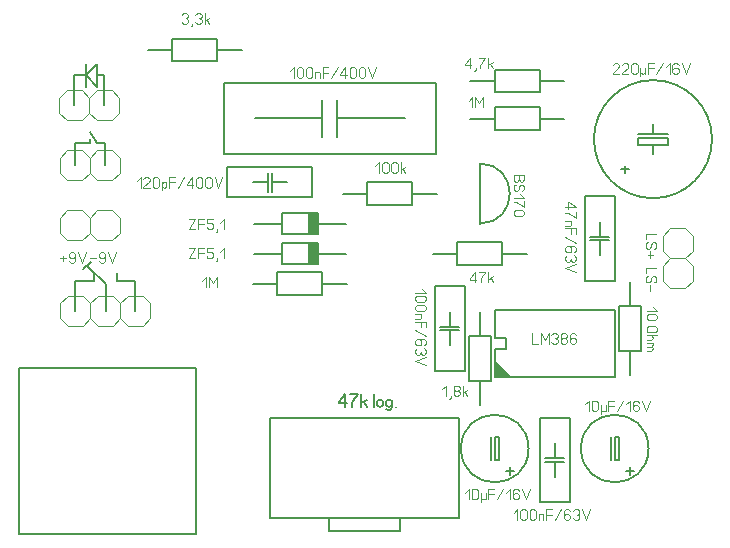
<source format=gbr>
%FSLAX34Y34*%
%MOMM*%
%LNSILK_TOP*%
G71*
G01*
%ADD10C,0.200*%
%ADD11C,0.100*%
%ADD12C,0.111*%
%ADD13C,0.150*%
%ADD14C,0.133*%
%LPD*%
G54D10*
X180350Y-68100D02*
X180350Y-128100D01*
X360350Y-128100D01*
X360350Y-68100D01*
X180350Y-68100D01*
G54D10*
X263650Y-98100D02*
X206550Y-98100D01*
G54D10*
X333550Y-98100D02*
X276450Y-98100D01*
G54D10*
X263650Y-82200D02*
X263650Y-114000D01*
G54D10*
X276450Y-82200D02*
X276450Y-114000D01*
G54D10*
X255050Y-164875D02*
X255050Y-139475D01*
X183450Y-139475D01*
X183450Y-164875D01*
X255050Y-164875D01*
G54D10*
X220850Y-160175D02*
X220850Y-144175D01*
G54D10*
X217650Y-160175D02*
X217650Y-144175D01*
G54D10*
X233550Y-152175D02*
X220850Y-152175D01*
G54D10*
X217650Y-152175D02*
X204950Y-152175D01*
G54D11*
X118126Y-254518D02*
X111826Y-248218D01*
X99026Y-248218D01*
X92726Y-254518D01*
X92726Y-267318D01*
X99026Y-273618D01*
X111826Y-273618D01*
X118126Y-267318D01*
X118126Y-254518D01*
G54D11*
X92726Y-254518D02*
X86426Y-248218D01*
X73626Y-248218D01*
X67326Y-254518D01*
X67326Y-267318D01*
X73626Y-273618D01*
X86426Y-273618D01*
X92726Y-267318D01*
X92726Y-254518D01*
G54D11*
X67326Y-254518D02*
X61026Y-248218D01*
X48226Y-248218D01*
X41926Y-254518D01*
X41926Y-267318D01*
X48226Y-273618D01*
X61026Y-273618D01*
X67326Y-267318D01*
X67326Y-254518D01*
G54D10*
X301850Y-171200D02*
X301850Y-152200D01*
X339850Y-152200D01*
X339850Y-171200D01*
X301850Y-171200D01*
G54D10*
X301750Y-161700D02*
X281150Y-161700D01*
G54D10*
X360550Y-161700D02*
X339950Y-161700D01*
G54D12*
X236382Y-58184D02*
X239715Y-54851D01*
X239715Y-63740D01*
G54D12*
X247492Y-56518D02*
X247492Y-62073D01*
X246826Y-63184D01*
X245492Y-63740D01*
X244159Y-63740D01*
X242826Y-63184D01*
X242159Y-62073D01*
X242159Y-56518D01*
X242826Y-55407D01*
X244159Y-54851D01*
X245492Y-54851D01*
X246826Y-55407D01*
X247492Y-56518D01*
G54D12*
X255269Y-56518D02*
X255269Y-62073D01*
X254603Y-63184D01*
X253269Y-63740D01*
X251936Y-63740D01*
X250603Y-63184D01*
X249936Y-62073D01*
X249936Y-56518D01*
X250603Y-55407D01*
X251936Y-54851D01*
X253269Y-54851D01*
X254603Y-55407D01*
X255269Y-56518D01*
G54D12*
X257713Y-63740D02*
X257713Y-58740D01*
G54D12*
X257713Y-59851D02*
X258380Y-59073D01*
X259713Y-58740D01*
X261046Y-59073D01*
X261713Y-59851D01*
X261713Y-63740D01*
G54D12*
X264157Y-63740D02*
X264157Y-54851D01*
X268824Y-54851D01*
G54D12*
X264157Y-59296D02*
X268824Y-59296D01*
G54D12*
X271268Y-63740D02*
X276601Y-54851D01*
G54D12*
X283045Y-63740D02*
X283045Y-54851D01*
X279045Y-60407D01*
X279045Y-61518D01*
X284378Y-61518D01*
G54D12*
X292155Y-56518D02*
X292155Y-62073D01*
X291489Y-63184D01*
X290155Y-63740D01*
X288822Y-63740D01*
X287489Y-63184D01*
X286822Y-62073D01*
X286822Y-56518D01*
X287489Y-55407D01*
X288822Y-54851D01*
X290155Y-54851D01*
X291489Y-55407D01*
X292155Y-56518D01*
G54D12*
X299932Y-56518D02*
X299932Y-62073D01*
X299266Y-63184D01*
X297932Y-63740D01*
X296599Y-63740D01*
X295266Y-63184D01*
X294599Y-62073D01*
X294599Y-56518D01*
X295266Y-55407D01*
X296599Y-54851D01*
X297932Y-54851D01*
X299266Y-55407D01*
X299932Y-56518D01*
G54D12*
X302376Y-54851D02*
X305709Y-63740D01*
X309043Y-54851D01*
G54D12*
X106469Y-151095D02*
X109802Y-147762D01*
X109802Y-156650D01*
G54D12*
X117579Y-156650D02*
X112246Y-156650D01*
X112246Y-156095D01*
X112912Y-154984D01*
X116912Y-151650D01*
X117579Y-150539D01*
X117579Y-149428D01*
X116912Y-148317D01*
X115579Y-147762D01*
X114246Y-147762D01*
X112912Y-148317D01*
X112246Y-149428D01*
G54D12*
X125356Y-149428D02*
X125356Y-154984D01*
X124689Y-156095D01*
X123356Y-156650D01*
X122023Y-156650D01*
X120689Y-156095D01*
X120023Y-154984D01*
X120023Y-149428D01*
X120689Y-148317D01*
X122023Y-147762D01*
X123356Y-147762D01*
X124689Y-148317D01*
X125356Y-149428D01*
G54D12*
X127800Y-151650D02*
X127800Y-158873D01*
G54D12*
X127800Y-154984D02*
X128466Y-156428D01*
X129800Y-156650D01*
X131133Y-156428D01*
X131800Y-155317D01*
X131800Y-153095D01*
X131133Y-151984D01*
X129800Y-151650D01*
X128466Y-151984D01*
X127800Y-153317D01*
G54D12*
X134244Y-156650D02*
X134244Y-147762D01*
X138910Y-147762D01*
G54D12*
X134244Y-152206D02*
X138910Y-152206D01*
G54D12*
X141355Y-156650D02*
X146688Y-147762D01*
G54D12*
X153132Y-156650D02*
X153132Y-147762D01*
X149132Y-153317D01*
X149132Y-154428D01*
X154465Y-154428D01*
G54D12*
X162242Y-149428D02*
X162242Y-154984D01*
X161575Y-156095D01*
X160242Y-156650D01*
X158909Y-156650D01*
X157575Y-156095D01*
X156909Y-154984D01*
X156909Y-149428D01*
X157575Y-148317D01*
X158909Y-147762D01*
X160242Y-147762D01*
X161575Y-148317D01*
X162242Y-149428D01*
G54D12*
X170019Y-149428D02*
X170019Y-154984D01*
X169352Y-156095D01*
X168019Y-156650D01*
X166686Y-156650D01*
X165352Y-156095D01*
X164686Y-154984D01*
X164686Y-149428D01*
X165352Y-148317D01*
X166686Y-147762D01*
X168019Y-147762D01*
X169352Y-148317D01*
X170019Y-149428D01*
G54D12*
X172463Y-147762D02*
X175796Y-156650D01*
X179129Y-147762D01*
G54D12*
X308731Y-138395D02*
X312064Y-135062D01*
X312064Y-143951D01*
G54D12*
X319841Y-136729D02*
X319841Y-142284D01*
X319175Y-143395D01*
X317841Y-143951D01*
X316508Y-143951D01*
X315175Y-143395D01*
X314508Y-142284D01*
X314508Y-136729D01*
X315175Y-135618D01*
X316508Y-135062D01*
X317841Y-135062D01*
X319175Y-135618D01*
X319841Y-136729D01*
G54D12*
X327618Y-136729D02*
X327618Y-142284D01*
X326952Y-143395D01*
X325618Y-143951D01*
X324285Y-143951D01*
X322952Y-143395D01*
X322285Y-142284D01*
X322285Y-136729D01*
X322952Y-135618D01*
X324285Y-135062D01*
X325618Y-135062D01*
X326952Y-135618D01*
X327618Y-136729D01*
G54D12*
X330062Y-143951D02*
X330062Y-135062D01*
G54D12*
X332062Y-140618D02*
X334062Y-143951D01*
G54D12*
X330062Y-141729D02*
X334062Y-138951D01*
G54D10*
X259850Y-195800D02*
X259850Y-178400D01*
X229450Y-178400D01*
X229450Y-195800D01*
X259850Y-195800D01*
G36*
X259750Y-195700D02*
X259750Y-179000D01*
X252550Y-179000D01*
X252550Y-195700D01*
X259750Y-195700D01*
G37*
G54D10*
X259750Y-195700D02*
X259750Y-179000D01*
X252550Y-179000D01*
X252550Y-195700D01*
X259750Y-195700D01*
G54D10*
X283550Y-187100D02*
X259750Y-187100D01*
G54D10*
X229550Y-187100D02*
X205750Y-187100D01*
G54D10*
X259850Y-221200D02*
X259850Y-203800D01*
X229450Y-203800D01*
X229450Y-221200D01*
X259850Y-221200D01*
G36*
X259750Y-221100D02*
X259750Y-204400D01*
X252550Y-204400D01*
X252550Y-221100D01*
X259750Y-221100D01*
G37*
G54D10*
X259750Y-221100D02*
X259750Y-204400D01*
X252550Y-204400D01*
X252550Y-221100D01*
X259750Y-221100D01*
G54D10*
X283550Y-212500D02*
X259750Y-212500D01*
G54D10*
X229550Y-212500D02*
X205750Y-212500D01*
G54D10*
X105426Y-260918D02*
X105426Y-235518D01*
G54D10*
X54626Y-260918D02*
X54626Y-235518D01*
G54D10*
X70501Y-235518D02*
X54626Y-235518D01*
G54D10*
X105426Y-235518D02*
X89551Y-235518D01*
G54D10*
X225650Y-247400D02*
X225650Y-228400D01*
X263650Y-228400D01*
X263650Y-247400D01*
X225650Y-247400D01*
G54D10*
X225550Y-237900D02*
X204950Y-237900D01*
G54D10*
X284350Y-237900D02*
X263750Y-237900D01*
G54D10*
X409800Y-107700D02*
X409800Y-88700D01*
X447800Y-88700D01*
X447800Y-107700D01*
X409800Y-107700D01*
G54D10*
X409700Y-98200D02*
X389100Y-98200D01*
G54D10*
X468500Y-98200D02*
X447900Y-98200D01*
G54D10*
X409800Y-75950D02*
X409800Y-56950D01*
X447800Y-56950D01*
X447800Y-75950D01*
X409800Y-75950D01*
G54D10*
X409700Y-66450D02*
X389100Y-66450D01*
G54D10*
X468500Y-66450D02*
X447900Y-66450D01*
G54D12*
X150988Y-182974D02*
X156321Y-182974D01*
X150988Y-191862D01*
X156321Y-191862D01*
G54D12*
X158764Y-191862D02*
X158764Y-182974D01*
X163431Y-182974D01*
G54D12*
X158764Y-187418D02*
X163431Y-187418D01*
G54D12*
X171209Y-182974D02*
X165876Y-182974D01*
X165876Y-186862D01*
X166542Y-186862D01*
X167876Y-186307D01*
X169209Y-186307D01*
X170542Y-186862D01*
X171209Y-187974D01*
X171209Y-190196D01*
X170542Y-191307D01*
X169209Y-191862D01*
X167876Y-191862D01*
X166542Y-191307D01*
X165876Y-190196D01*
G54D12*
X174986Y-191862D02*
X174986Y-192974D01*
X174319Y-194085D01*
X173652Y-194085D01*
G54D12*
X177430Y-186307D02*
X180763Y-182974D01*
X180763Y-191862D01*
G54D12*
X161939Y-235356D02*
X165272Y-232023D01*
X165272Y-240912D01*
G54D12*
X167716Y-240912D02*
X167716Y-232023D01*
X171049Y-237578D01*
X174382Y-232023D01*
X174382Y-240912D01*
G54D12*
X387525Y-83119D02*
X390858Y-79786D01*
X390858Y-88675D01*
G54D12*
X393302Y-88675D02*
X393302Y-79786D01*
X396635Y-85342D01*
X399969Y-79786D01*
X399969Y-88675D01*
G54D12*
X388521Y-55505D02*
X388521Y-46616D01*
X384521Y-52172D01*
X384521Y-53283D01*
X389854Y-53283D01*
G54D12*
X393631Y-55505D02*
X393631Y-56616D01*
X392964Y-57727D01*
X392298Y-57727D01*
G54D12*
X396075Y-46616D02*
X401408Y-46616D01*
X400741Y-47727D01*
X399408Y-49394D01*
X398075Y-51616D01*
X397408Y-53283D01*
X397408Y-55505D01*
G54D12*
X403852Y-55505D02*
X403852Y-46616D01*
G54D12*
X405852Y-52172D02*
X407852Y-55505D01*
G54D12*
X403852Y-53283D02*
X407852Y-50505D01*
G54D10*
X416050Y-203000D02*
X416050Y-222000D01*
X378050Y-222000D01*
X378050Y-203000D01*
X416050Y-203000D01*
G54D10*
X416150Y-212500D02*
X436750Y-212500D01*
G54D10*
X357350Y-212500D02*
X377950Y-212500D01*
G54D10*
G75*
G01X397050Y-187100D02*
G03X397050Y-136300I0J25400D01*
G01*
G54D10*
X397050Y-136300D02*
X397050Y-187100D01*
G54D12*
X392647Y-236744D02*
X392647Y-227855D01*
X388647Y-233411D01*
X388647Y-234522D01*
X393981Y-234522D01*
G54D12*
X396424Y-227855D02*
X401758Y-227855D01*
X401091Y-228966D01*
X399758Y-230633D01*
X398424Y-232855D01*
X397758Y-234522D01*
X397758Y-236744D01*
G54D12*
X404201Y-236744D02*
X404201Y-227855D01*
G54D12*
X406201Y-233411D02*
X408201Y-236744D01*
G54D12*
X404201Y-234522D02*
X408201Y-231744D01*
G54D12*
X425701Y-146385D02*
X434590Y-146385D01*
X434590Y-149718D01*
X434034Y-151052D01*
X432923Y-151718D01*
X431812Y-151718D01*
X430701Y-151052D01*
X430145Y-149718D01*
X429590Y-151052D01*
X428479Y-151718D01*
X427368Y-151718D01*
X426257Y-151052D01*
X425701Y-149718D01*
X425701Y-146385D01*
G54D12*
X430145Y-146385D02*
X430145Y-149718D01*
G54D12*
X427368Y-154162D02*
X426257Y-154829D01*
X425701Y-156162D01*
X425701Y-157495D01*
X426257Y-158829D01*
X427368Y-159495D01*
X428479Y-159495D01*
X429590Y-158829D01*
X430145Y-157495D01*
X430145Y-156162D01*
X430701Y-154829D01*
X431812Y-154162D01*
X432923Y-154162D01*
X434034Y-154829D01*
X434590Y-156162D01*
X434590Y-157495D01*
X434034Y-158829D01*
X432923Y-159495D01*
G54D12*
X431257Y-161939D02*
X434590Y-165272D01*
X425701Y-165272D01*
G54D12*
X434590Y-167716D02*
X434590Y-173049D01*
X433479Y-172383D01*
X431812Y-171049D01*
X429590Y-169716D01*
X427923Y-169049D01*
X425701Y-169049D01*
G54D12*
X432923Y-180826D02*
X427368Y-180826D01*
X426257Y-180160D01*
X425701Y-178826D01*
X425701Y-177493D01*
X426257Y-176160D01*
X427368Y-175493D01*
X432923Y-175493D01*
X434034Y-176160D01*
X434590Y-177493D01*
X434590Y-178826D01*
X434034Y-180160D01*
X432923Y-180826D01*
G54D10*
X447850Y-422925D02*
X473250Y-422925D01*
X473250Y-351325D01*
X447850Y-351325D01*
X447850Y-422925D01*
G54D10*
X452550Y-388725D02*
X468550Y-388725D01*
G54D10*
X452550Y-385525D02*
X468550Y-385525D01*
G54D10*
X460550Y-401425D02*
X460550Y-388725D01*
G54D10*
X460550Y-385525D02*
X460550Y-372825D01*
G54D12*
X425625Y-432369D02*
X428958Y-429036D01*
X428958Y-437925D01*
G54D12*
X436735Y-430703D02*
X436735Y-436258D01*
X436069Y-437369D01*
X434735Y-437925D01*
X433402Y-437925D01*
X432069Y-437369D01*
X431402Y-436258D01*
X431402Y-430703D01*
X432069Y-429592D01*
X433402Y-429036D01*
X434735Y-429036D01*
X436069Y-429592D01*
X436735Y-430703D01*
G54D12*
X444512Y-430703D02*
X444512Y-436258D01*
X443846Y-437369D01*
X442512Y-437925D01*
X441179Y-437925D01*
X439846Y-437369D01*
X439179Y-436258D01*
X439179Y-430703D01*
X439846Y-429592D01*
X441179Y-429036D01*
X442512Y-429036D01*
X443846Y-429592D01*
X444512Y-430703D01*
G54D12*
X446956Y-437925D02*
X446956Y-432925D01*
G54D12*
X446956Y-434036D02*
X447623Y-433258D01*
X448956Y-432925D01*
X450289Y-433258D01*
X450956Y-434036D01*
X450956Y-437925D01*
G54D12*
X453400Y-437925D02*
X453400Y-429036D01*
X458067Y-429036D01*
G54D12*
X453400Y-433481D02*
X458067Y-433481D01*
G54D12*
X460511Y-437925D02*
X465844Y-429036D01*
G54D12*
X473621Y-430703D02*
X472955Y-429592D01*
X471621Y-429036D01*
X470288Y-429036D01*
X468955Y-429592D01*
X468288Y-430703D01*
X468288Y-433481D01*
X468288Y-434036D01*
X470288Y-432925D01*
X471621Y-432925D01*
X472955Y-433481D01*
X473621Y-434592D01*
X473621Y-436258D01*
X472955Y-437369D01*
X471621Y-437925D01*
X470288Y-437925D01*
X468955Y-437369D01*
X468288Y-436258D01*
X468288Y-433481D01*
G54D12*
X476065Y-430703D02*
X476732Y-429592D01*
X478065Y-429036D01*
X479398Y-429036D01*
X480732Y-429592D01*
X481398Y-430703D01*
X481398Y-431814D01*
X480732Y-432925D01*
X479398Y-433481D01*
X480732Y-434036D01*
X481398Y-435147D01*
X481398Y-436258D01*
X480732Y-437369D01*
X479398Y-437925D01*
X478065Y-437925D01*
X476732Y-437369D01*
X476065Y-436258D01*
G54D12*
X483842Y-429036D02*
X487175Y-437925D01*
X490509Y-429036D01*
G54D10*
X409750Y-260100D02*
X409750Y-284000D01*
X419250Y-284000D01*
X419250Y-293400D01*
X409750Y-293400D01*
X409750Y-317300D01*
X511350Y-317300D01*
X511350Y-260100D01*
X409750Y-260100D01*
G36*
X409650Y-317300D02*
X409650Y-304600D01*
X422450Y-317300D01*
X409650Y-317300D01*
G37*
G54D10*
X409650Y-317300D02*
X409650Y-304600D01*
X422450Y-317300D01*
X409650Y-317300D01*
G54D10*
X409750Y-368100D02*
X412950Y-368100D01*
X412950Y-387100D01*
X409750Y-387100D01*
X409750Y-368100D01*
G54D10*
G75*
G01X438350Y-377600D02*
G03X438350Y-377600I-28600J0D01*
G01*
G54D10*
X422450Y-393500D02*
X422450Y-399800D01*
G54D10*
X419250Y-396700D02*
X425650Y-396700D01*
G54D10*
X406550Y-368100D02*
X406550Y-387100D01*
G54D10*
X406550Y-320400D02*
X387550Y-320400D01*
X387550Y-282400D01*
X406550Y-282400D01*
X406550Y-320400D01*
G54D10*
X397050Y-320500D02*
X397050Y-341100D01*
G54D10*
X397050Y-261700D02*
X397050Y-282300D01*
G54D10*
X358950Y-311800D02*
X384350Y-311800D01*
X384350Y-240200D01*
X358950Y-240200D01*
X358950Y-311800D01*
G54D10*
X363650Y-277600D02*
X379650Y-277600D01*
G54D10*
X363650Y-274400D02*
X379650Y-274400D01*
G54D10*
X371650Y-290300D02*
X371650Y-277600D01*
G54D10*
X371650Y-274400D02*
X371650Y-261700D01*
G54D12*
X348045Y-242297D02*
X351378Y-245630D01*
X342489Y-245630D01*
G54D12*
X349711Y-253407D02*
X344156Y-253407D01*
X343045Y-252741D01*
X342489Y-251407D01*
X342489Y-250074D01*
X343045Y-248741D01*
X344156Y-248074D01*
X349711Y-248074D01*
X350822Y-248741D01*
X351378Y-250074D01*
X351378Y-251407D01*
X350822Y-252741D01*
X349711Y-253407D01*
G54D12*
X349711Y-261184D02*
X344156Y-261184D01*
X343045Y-260518D01*
X342489Y-259184D01*
X342489Y-257851D01*
X343045Y-256518D01*
X344156Y-255851D01*
X349711Y-255851D01*
X350822Y-256518D01*
X351378Y-257851D01*
X351378Y-259184D01*
X350822Y-260518D01*
X349711Y-261184D01*
G54D12*
X342489Y-263628D02*
X347489Y-263628D01*
G54D12*
X346378Y-263628D02*
X347156Y-264295D01*
X347489Y-265628D01*
X347156Y-266961D01*
X346378Y-267628D01*
X342489Y-267628D01*
G54D12*
X342489Y-270072D02*
X351378Y-270072D01*
X351378Y-274739D01*
G54D12*
X346933Y-270072D02*
X346933Y-274739D01*
G54D12*
X342489Y-277183D02*
X351378Y-282516D01*
G54D12*
X349711Y-290293D02*
X350822Y-289627D01*
X351378Y-288293D01*
X351378Y-286960D01*
X350822Y-285627D01*
X349711Y-284960D01*
X346933Y-284960D01*
X346378Y-284960D01*
X347489Y-286960D01*
X347489Y-288293D01*
X346933Y-289627D01*
X345822Y-290293D01*
X344156Y-290293D01*
X343045Y-289627D01*
X342489Y-288293D01*
X342489Y-286960D01*
X343045Y-285627D01*
X344156Y-284960D01*
X346933Y-284960D01*
G54D12*
X349711Y-292737D02*
X350822Y-293404D01*
X351378Y-294737D01*
X351378Y-296070D01*
X350822Y-297404D01*
X349711Y-298070D01*
X348600Y-298070D01*
X347489Y-297404D01*
X346933Y-296070D01*
X346378Y-297404D01*
X345267Y-298070D01*
X344156Y-298070D01*
X343045Y-297404D01*
X342489Y-296070D01*
X342489Y-294737D01*
X343045Y-293404D01*
X344156Y-292737D01*
G54D12*
X351378Y-300514D02*
X342489Y-303847D01*
X351378Y-307181D01*
G54D12*
X384350Y-414907D02*
X387683Y-411574D01*
X387683Y-420462D01*
G54D12*
X395460Y-413240D02*
X395460Y-418796D01*
X394794Y-419907D01*
X393460Y-420462D01*
X392127Y-420462D01*
X390794Y-419907D01*
X390127Y-418796D01*
X390127Y-413240D01*
X390794Y-412129D01*
X392127Y-411574D01*
X393460Y-411574D01*
X394794Y-412129D01*
X395460Y-413240D01*
G54D12*
X397904Y-415462D02*
X397904Y-422685D01*
G54D12*
X401904Y-415462D02*
X401904Y-420462D01*
G54D12*
X401904Y-419351D02*
X401237Y-420240D01*
X399904Y-420462D01*
X398571Y-420240D01*
X397904Y-419351D01*
X397904Y-415462D01*
G54D12*
X404348Y-420462D02*
X404348Y-411574D01*
X409015Y-411574D01*
G54D12*
X404348Y-416018D02*
X409015Y-416018D01*
G54D12*
X411459Y-420462D02*
X416792Y-411574D01*
G54D12*
X419236Y-414907D02*
X422569Y-411574D01*
X422569Y-420462D01*
G54D12*
X430346Y-413240D02*
X429680Y-412129D01*
X428346Y-411574D01*
X427013Y-411574D01*
X425680Y-412129D01*
X425013Y-413240D01*
X425013Y-416018D01*
X425013Y-416574D01*
X427013Y-415462D01*
X428346Y-415462D01*
X429680Y-416018D01*
X430346Y-417129D01*
X430346Y-418796D01*
X429680Y-419907D01*
X428346Y-420462D01*
X427013Y-420462D01*
X425680Y-419907D01*
X425013Y-418796D01*
X425013Y-416018D01*
G54D12*
X432790Y-411574D02*
X436123Y-420462D01*
X439457Y-411574D01*
G54D12*
X365300Y-327594D02*
X368633Y-324261D01*
X368633Y-333150D01*
G54D12*
X372410Y-333150D02*
X372410Y-334261D01*
X371744Y-335372D01*
X371077Y-335372D01*
G54D12*
X378187Y-328706D02*
X376854Y-328706D01*
X375521Y-328150D01*
X374854Y-327039D01*
X374854Y-325928D01*
X375521Y-324817D01*
X376854Y-324261D01*
X378187Y-324261D01*
X379521Y-324817D01*
X380187Y-325928D01*
X380187Y-327039D01*
X379521Y-328150D01*
X378187Y-328706D01*
X379521Y-329261D01*
X380187Y-330372D01*
X380187Y-331483D01*
X379521Y-332594D01*
X378187Y-333150D01*
X376854Y-333150D01*
X375521Y-332594D01*
X374854Y-331483D01*
X374854Y-330372D01*
X375521Y-329261D01*
X376854Y-328706D01*
G54D12*
X382631Y-333150D02*
X382631Y-324261D01*
G54D12*
X384631Y-329817D02*
X386631Y-333150D01*
G54D12*
X382631Y-330928D02*
X386631Y-328150D01*
G54D10*
X485950Y-235600D02*
X511350Y-235600D01*
X511350Y-164000D01*
X485950Y-164000D01*
X485950Y-235600D01*
G54D10*
X490650Y-201400D02*
X506650Y-201400D01*
G54D10*
X490650Y-198200D02*
X506650Y-198200D01*
G54D10*
X498650Y-214100D02*
X498650Y-201400D01*
G54D10*
X498650Y-198200D02*
X498650Y-185500D01*
G54D12*
X469489Y-173272D02*
X478378Y-173272D01*
X472822Y-169272D01*
X471711Y-169272D01*
X471711Y-174605D01*
G54D12*
X478378Y-177049D02*
X478378Y-182382D01*
X477267Y-181716D01*
X475600Y-180382D01*
X473378Y-179049D01*
X471711Y-178382D01*
X469489Y-178382D01*
G54D12*
X469489Y-184826D02*
X474489Y-184826D01*
G54D12*
X473378Y-184826D02*
X474156Y-185493D01*
X474489Y-186826D01*
X474156Y-188159D01*
X473378Y-188826D01*
X469489Y-188826D01*
G54D12*
X469489Y-191270D02*
X478378Y-191270D01*
X478378Y-195937D01*
G54D12*
X473933Y-191270D02*
X473933Y-195937D01*
G54D12*
X469489Y-198381D02*
X478378Y-203714D01*
G54D12*
X476711Y-211491D02*
X477822Y-210825D01*
X478378Y-209491D01*
X478378Y-208158D01*
X477822Y-206825D01*
X476711Y-206158D01*
X473933Y-206158D01*
X473378Y-206158D01*
X474489Y-208158D01*
X474489Y-209491D01*
X473933Y-210825D01*
X472822Y-211491D01*
X471156Y-211491D01*
X470045Y-210825D01*
X469489Y-209491D01*
X469489Y-208158D01*
X470045Y-206825D01*
X471156Y-206158D01*
X473933Y-206158D01*
G54D12*
X476711Y-213935D02*
X477822Y-214602D01*
X478378Y-215935D01*
X478378Y-217268D01*
X477822Y-218602D01*
X476711Y-219268D01*
X475600Y-219268D01*
X474489Y-218602D01*
X473933Y-217268D01*
X473378Y-218602D01*
X472267Y-219268D01*
X471156Y-219268D01*
X470045Y-218602D01*
X469489Y-217268D01*
X469489Y-215935D01*
X470045Y-214602D01*
X471156Y-213935D01*
G54D12*
X478378Y-221712D02*
X469489Y-225045D01*
X478378Y-228379D01*
G54D10*
X533550Y-295000D02*
X514550Y-295000D01*
X514550Y-257000D01*
X533550Y-257000D01*
X533550Y-295000D01*
G54D10*
X524050Y-295100D02*
X524050Y-315700D01*
G54D10*
X524050Y-236300D02*
X524050Y-256900D01*
G54D12*
X543893Y-257744D02*
X547226Y-261077D01*
X538338Y-261077D01*
G54D12*
X545560Y-268854D02*
X540004Y-268854D01*
X538893Y-268187D01*
X538338Y-266854D01*
X538338Y-265521D01*
X538893Y-264187D01*
X540004Y-263521D01*
X545560Y-263521D01*
X546671Y-264187D01*
X547226Y-265521D01*
X547226Y-266854D01*
X546671Y-268187D01*
X545560Y-268854D01*
G54D12*
X545560Y-279208D02*
X540004Y-279208D01*
X538893Y-278541D01*
X538338Y-277208D01*
X538338Y-275875D01*
X538893Y-274541D01*
X540004Y-273875D01*
X545560Y-273875D01*
X546671Y-274541D01*
X547226Y-275875D01*
X547226Y-277208D01*
X546671Y-278541D01*
X545560Y-279208D01*
G54D12*
X538338Y-281652D02*
X547226Y-281652D01*
G54D12*
X541893Y-281652D02*
X543004Y-282318D01*
X543338Y-283652D01*
X543004Y-284985D01*
X541893Y-285652D01*
X538338Y-285652D01*
G54D12*
X538338Y-288096D02*
X543338Y-288096D01*
G54D12*
X542449Y-288096D02*
X543338Y-289429D01*
X543004Y-290762D01*
X542226Y-291429D01*
X538338Y-291429D01*
G54D12*
X542449Y-291429D02*
X543338Y-292762D01*
X543004Y-294096D01*
X542226Y-294762D01*
X538338Y-294762D01*
G54D12*
X441500Y-279811D02*
X441500Y-288700D01*
X446167Y-288700D01*
G54D12*
X448611Y-288700D02*
X448611Y-279811D01*
X451944Y-285367D01*
X455278Y-279811D01*
X455278Y-288700D01*
G54D12*
X457722Y-281478D02*
X458389Y-280367D01*
X459722Y-279811D01*
X461055Y-279811D01*
X462389Y-280367D01*
X463055Y-281478D01*
X463055Y-282589D01*
X462389Y-283700D01*
X461055Y-284256D01*
X462389Y-284811D01*
X463055Y-285922D01*
X463055Y-287033D01*
X462389Y-288144D01*
X461055Y-288700D01*
X459722Y-288700D01*
X458389Y-288144D01*
X457722Y-287033D01*
G54D12*
X468832Y-284256D02*
X467499Y-284256D01*
X466166Y-283700D01*
X465499Y-282589D01*
X465499Y-281478D01*
X466166Y-280367D01*
X467499Y-279811D01*
X468832Y-279811D01*
X470166Y-280367D01*
X470832Y-281478D01*
X470832Y-282589D01*
X470166Y-283700D01*
X468832Y-284256D01*
X470166Y-284811D01*
X470832Y-285922D01*
X470832Y-287033D01*
X470166Y-288144D01*
X468832Y-288700D01*
X467499Y-288700D01*
X466166Y-288144D01*
X465499Y-287033D01*
X465499Y-285922D01*
X466166Y-284811D01*
X467499Y-284256D01*
G54D12*
X478609Y-281478D02*
X477943Y-280367D01*
X476609Y-279811D01*
X475276Y-279811D01*
X473943Y-280367D01*
X473276Y-281478D01*
X473276Y-284256D01*
X473276Y-284811D01*
X475276Y-283700D01*
X476609Y-283700D01*
X477943Y-284256D01*
X478609Y-285367D01*
X478609Y-287033D01*
X477943Y-288144D01*
X476609Y-288700D01*
X475276Y-288700D01*
X473943Y-288144D01*
X473276Y-287033D01*
X473276Y-284256D01*
G54D10*
X511350Y-368100D02*
X514550Y-368100D01*
X514550Y-387100D01*
X511350Y-387100D01*
X511350Y-368100D01*
G54D10*
G75*
G01X539950Y-377600D02*
G03X539950Y-377600I-28600J0D01*
G01*
G54D10*
X524050Y-393500D02*
X524050Y-399800D01*
G54D10*
X520850Y-396700D02*
X527250Y-396700D01*
G54D10*
X508150Y-368100D02*
X508150Y-387100D01*
G54D12*
X485950Y-340294D02*
X489283Y-336961D01*
X489283Y-345850D01*
G54D12*
X497060Y-338628D02*
X497060Y-344183D01*
X496394Y-345294D01*
X495060Y-345850D01*
X493727Y-345850D01*
X492394Y-345294D01*
X491727Y-344183D01*
X491727Y-338628D01*
X492394Y-337517D01*
X493727Y-336961D01*
X495060Y-336961D01*
X496394Y-337517D01*
X497060Y-338628D01*
G54D12*
X499504Y-340850D02*
X499504Y-348072D01*
G54D12*
X503504Y-340850D02*
X503504Y-345850D01*
G54D12*
X503504Y-344739D02*
X502837Y-345628D01*
X501504Y-345850D01*
X500171Y-345628D01*
X499504Y-344739D01*
X499504Y-340850D01*
G54D12*
X505948Y-345850D02*
X505948Y-336961D01*
X510615Y-336961D01*
G54D12*
X505948Y-341406D02*
X510615Y-341406D01*
G54D12*
X513059Y-345850D02*
X518392Y-336961D01*
G54D12*
X520836Y-340294D02*
X524169Y-336961D01*
X524169Y-345850D01*
G54D12*
X531946Y-338628D02*
X531280Y-337517D01*
X529946Y-336961D01*
X528613Y-336961D01*
X527280Y-337517D01*
X526613Y-338628D01*
X526613Y-341406D01*
X526613Y-341961D01*
X528613Y-340850D01*
X529946Y-340850D01*
X531280Y-341406D01*
X531946Y-342517D01*
X531946Y-344183D01*
X531280Y-345294D01*
X529946Y-345850D01*
X528613Y-345850D01*
X527280Y-345294D01*
X526613Y-344183D01*
X526613Y-341406D01*
G54D12*
X534390Y-336961D02*
X537723Y-345850D01*
X541057Y-336961D01*
G54D10*
X543694Y-111062D02*
X543694Y-103162D01*
G54D10*
X543694Y-120562D02*
X543694Y-128562D01*
G54D10*
X530994Y-114362D02*
X556394Y-114362D01*
X556394Y-120662D01*
X530994Y-120662D01*
X530994Y-114362D01*
G54D10*
X522994Y-141262D02*
X516694Y-141262D01*
G54D10*
X519794Y-138062D02*
X519794Y-144462D01*
G54D10*
X556394Y-111162D02*
X530994Y-111162D01*
G54D10*
G75*
G01X593694Y-115662D02*
G03X593694Y-115662I-50000J0D01*
G01*
G54D11*
X558131Y-191069D02*
X551831Y-197369D01*
X551831Y-210169D01*
X558131Y-216469D01*
X570931Y-216469D01*
X577231Y-210169D01*
X577231Y-197369D01*
X570931Y-191069D01*
X558131Y-191069D01*
G54D11*
X558131Y-216469D02*
X551831Y-222769D01*
X551831Y-235569D01*
X558131Y-241869D01*
X570931Y-241869D01*
X577231Y-235569D01*
X577231Y-222769D01*
X570931Y-216469D01*
X558131Y-216469D01*
G54D12*
X546433Y-195831D02*
X537544Y-195831D01*
X537544Y-200498D01*
G54D12*
X539210Y-202942D02*
X538099Y-203609D01*
X537544Y-204942D01*
X537544Y-206276D01*
X538099Y-207609D01*
X539210Y-208276D01*
X540322Y-208276D01*
X541433Y-207609D01*
X541988Y-206276D01*
X541988Y-204942D01*
X542544Y-203609D01*
X543655Y-202942D01*
X544766Y-202942D01*
X545877Y-203609D01*
X546433Y-204942D01*
X546433Y-206276D01*
X545877Y-207609D01*
X544766Y-208276D01*
G54D12*
X541433Y-210719D02*
X541433Y-216053D01*
G54D12*
X543655Y-213386D02*
X539210Y-213386D01*
G54D12*
X546433Y-224406D02*
X537544Y-224406D01*
X537544Y-229073D01*
G54D12*
X539210Y-231517D02*
X538099Y-232184D01*
X537544Y-233517D01*
X537544Y-234851D01*
X538099Y-236184D01*
X539210Y-236851D01*
X540322Y-236851D01*
X541433Y-236184D01*
X541988Y-234851D01*
X541988Y-233517D01*
X542544Y-232184D01*
X543655Y-231517D01*
X544766Y-231517D01*
X545877Y-232184D01*
X546433Y-233517D01*
X546433Y-234851D01*
X545877Y-236184D01*
X544766Y-236851D01*
G54D12*
X541433Y-239294D02*
X541433Y-244628D01*
G54D12*
X515097Y-60100D02*
X509763Y-60100D01*
X509763Y-59545D01*
X510430Y-58434D01*
X514430Y-55100D01*
X515097Y-53989D01*
X515097Y-52878D01*
X514430Y-51767D01*
X513097Y-51211D01*
X511763Y-51211D01*
X510430Y-51767D01*
X509763Y-52878D01*
G54D12*
X522874Y-60100D02*
X517540Y-60100D01*
X517540Y-59545D01*
X518207Y-58434D01*
X522207Y-55100D01*
X522874Y-53989D01*
X522874Y-52878D01*
X522207Y-51767D01*
X520874Y-51211D01*
X519540Y-51211D01*
X518207Y-51767D01*
X517540Y-52878D01*
G54D12*
X530651Y-52878D02*
X530651Y-58434D01*
X529984Y-59545D01*
X528651Y-60100D01*
X527317Y-60100D01*
X525984Y-59545D01*
X525317Y-58434D01*
X525317Y-52878D01*
X525984Y-51767D01*
X527317Y-51211D01*
X528651Y-51211D01*
X529984Y-51767D01*
X530651Y-52878D01*
G54D12*
X533094Y-55100D02*
X533094Y-62322D01*
G54D12*
X537094Y-55100D02*
X537094Y-60100D01*
G54D12*
X537094Y-58989D02*
X536428Y-59878D01*
X535094Y-60100D01*
X533761Y-59878D01*
X533094Y-58989D01*
X533094Y-55100D01*
G54D12*
X539538Y-60100D02*
X539538Y-51211D01*
X544205Y-51211D01*
G54D12*
X539538Y-55656D02*
X544205Y-55656D01*
G54D12*
X546649Y-60100D02*
X551983Y-51211D01*
G54D12*
X554426Y-54545D02*
X557760Y-51211D01*
X557760Y-60100D01*
G54D12*
X565537Y-52878D02*
X564870Y-51767D01*
X563537Y-51211D01*
X562203Y-51211D01*
X560870Y-51767D01*
X560203Y-52878D01*
X560203Y-55656D01*
X560203Y-56211D01*
X562203Y-55100D01*
X563537Y-55100D01*
X564870Y-55656D01*
X565537Y-56767D01*
X565537Y-58434D01*
X564870Y-59545D01*
X563537Y-60100D01*
X562203Y-60100D01*
X560870Y-59545D01*
X560203Y-58434D01*
X560203Y-55656D01*
G54D12*
X567980Y-51211D02*
X571314Y-60100D01*
X574647Y-51211D01*
G54D11*
X41422Y-195059D02*
X47722Y-201359D01*
X60522Y-201359D01*
X66822Y-195059D01*
X66822Y-182259D01*
X60522Y-175959D01*
X47722Y-175959D01*
X41422Y-182259D01*
X41422Y-195059D01*
G54D11*
X66822Y-195059D02*
X73122Y-201359D01*
X85922Y-201359D01*
X92222Y-195059D01*
X92222Y-182259D01*
X85922Y-175959D01*
X73122Y-175959D01*
X66822Y-182259D01*
X66822Y-195059D01*
G54D10*
X136750Y-49756D02*
X136750Y-30756D01*
X174750Y-30756D01*
X174750Y-49756D01*
X136750Y-49756D01*
G54D10*
X136650Y-40256D02*
X116050Y-40256D01*
G54D10*
X195450Y-40256D02*
X174850Y-40256D01*
G54D12*
X144687Y-10643D02*
X145353Y-9532D01*
X146687Y-8976D01*
X148020Y-8976D01*
X149353Y-9532D01*
X150020Y-10643D01*
X150020Y-11754D01*
X149353Y-12865D01*
X148020Y-13421D01*
X149353Y-13976D01*
X150020Y-15087D01*
X150020Y-16198D01*
X149353Y-17310D01*
X148020Y-17865D01*
X146687Y-17865D01*
X145353Y-17310D01*
X144687Y-16198D01*
G54D12*
X153797Y-17865D02*
X153797Y-18976D01*
X153130Y-20087D01*
X152464Y-20087D01*
G54D12*
X156241Y-10643D02*
X156907Y-9532D01*
X158241Y-8976D01*
X159574Y-8976D01*
X160907Y-9532D01*
X161574Y-10643D01*
X161574Y-11754D01*
X160907Y-12865D01*
X159574Y-13421D01*
X160907Y-13976D01*
X161574Y-15087D01*
X161574Y-16198D01*
X160907Y-17310D01*
X159574Y-17865D01*
X158241Y-17865D01*
X156907Y-17310D01*
X156241Y-16198D01*
G54D12*
X164018Y-17865D02*
X164018Y-8976D01*
G54D12*
X166018Y-14532D02*
X168018Y-17865D01*
G54D12*
X164018Y-15643D02*
X168018Y-12865D01*
G54D12*
X41422Y-216520D02*
X46756Y-216520D01*
G54D12*
X44089Y-214298D02*
X44089Y-218742D01*
G54D12*
X49200Y-218742D02*
X49866Y-219853D01*
X51200Y-220409D01*
X52533Y-220409D01*
X53866Y-219853D01*
X54533Y-218742D01*
X54533Y-215965D01*
X54533Y-215409D01*
X52533Y-216520D01*
X51200Y-216520D01*
X49866Y-215965D01*
X49200Y-214853D01*
X49200Y-213187D01*
X49866Y-212076D01*
X51200Y-211520D01*
X52533Y-211520D01*
X53866Y-212076D01*
X54533Y-213187D01*
X54533Y-215965D01*
G54D12*
X56976Y-211520D02*
X60310Y-220409D01*
X63643Y-211520D01*
G54D12*
X66822Y-216520D02*
X72156Y-216520D01*
G54D12*
X74600Y-218742D02*
X75266Y-219853D01*
X76600Y-220409D01*
X77933Y-220409D01*
X79266Y-219853D01*
X79933Y-218742D01*
X79933Y-215965D01*
X79933Y-215409D01*
X77933Y-216520D01*
X76600Y-216520D01*
X75266Y-215965D01*
X74600Y-214853D01*
X74600Y-213187D01*
X75266Y-212076D01*
X76600Y-211520D01*
X77933Y-211520D01*
X79266Y-212076D01*
X79933Y-213187D01*
X79933Y-215965D01*
G54D12*
X82376Y-211520D02*
X85710Y-220409D01*
X89043Y-211520D01*
G54D11*
X92250Y-131487D02*
X85950Y-125187D01*
X73150Y-125187D01*
X66850Y-131487D01*
X66850Y-144287D01*
X73150Y-150587D01*
X85950Y-150587D01*
X92250Y-144287D01*
X92250Y-131487D01*
G54D11*
X66850Y-131487D02*
X60550Y-125187D01*
X47750Y-125187D01*
X41450Y-131487D01*
X41450Y-144287D01*
X47750Y-150587D01*
X60550Y-150587D01*
X66850Y-144287D01*
X66850Y-131487D01*
G54D10*
X54150Y-137887D02*
X54150Y-118837D01*
X66850Y-118837D01*
G54D10*
X79550Y-137887D02*
X79550Y-118837D01*
X73025Y-119062D01*
X66850Y-109312D01*
G54D10*
X66675Y-115887D02*
X66675Y-118662D01*
X66850Y-118837D01*
G54D10*
X89551Y-235518D02*
X89551Y-229218D01*
G54D10*
X70501Y-235518D02*
X70501Y-229218D01*
G54D10*
X80244Y-260918D02*
X80244Y-238294D01*
X64594Y-222644D01*
X67769Y-219468D01*
X61419Y-225818D01*
G54D13*
X219775Y-351475D02*
X379775Y-351475D01*
X379775Y-436475D01*
X219775Y-436475D01*
X219775Y-351475D01*
G54D13*
X269775Y-436475D02*
X329775Y-436475D01*
X329775Y-447475D01*
X269775Y-447475D01*
X269775Y-436475D01*
G54D10*
X156575Y-309740D02*
X156575Y-449740D01*
X6575Y-449740D01*
X6575Y-309740D01*
X156575Y-309740D01*
G54D11*
X91956Y-80474D02*
X85656Y-74174D01*
X72856Y-74174D01*
X66556Y-80474D01*
X66556Y-93274D01*
X72856Y-99574D01*
X85656Y-99574D01*
X91956Y-93274D01*
X91956Y-80474D01*
G54D11*
X66556Y-80474D02*
X60256Y-74174D01*
X47456Y-74174D01*
X41156Y-80474D01*
X41156Y-93274D01*
X47456Y-99574D01*
X60256Y-99574D01*
X66556Y-93274D01*
X66556Y-80474D01*
G54D10*
X72906Y-52049D02*
X72906Y-71099D01*
X63381Y-61574D01*
X72906Y-52049D01*
G54D10*
X63381Y-52049D02*
X63381Y-71099D01*
G54D10*
X72906Y-61574D02*
X79256Y-61574D01*
X79256Y-86974D01*
G54D10*
X53856Y-86974D02*
X53856Y-61574D01*
X63381Y-61574D01*
G54D14*
X282612Y-342106D02*
X282612Y-331440D01*
X277812Y-338106D01*
X277812Y-339440D01*
X284212Y-339440D01*
G54D14*
X287146Y-331440D02*
X293546Y-331440D01*
X292746Y-332773D01*
X291146Y-334773D01*
X289546Y-337440D01*
X288746Y-339440D01*
X288746Y-342106D01*
G54D14*
X296478Y-342106D02*
X296478Y-331440D01*
G54D14*
X298878Y-338106D02*
X301278Y-342106D01*
G54D14*
X296478Y-339440D02*
X301278Y-336106D01*
G54D14*
X307304Y-342106D02*
X307304Y-331440D01*
G54D14*
X315038Y-340506D02*
X315038Y-337840D01*
X314238Y-336506D01*
X312638Y-336106D01*
X311038Y-336506D01*
X310238Y-337840D01*
X310238Y-340506D01*
X311038Y-341840D01*
X312638Y-342106D01*
X314238Y-341840D01*
X315038Y-340506D01*
G54D14*
X317970Y-344106D02*
X319570Y-344773D01*
X320690Y-344773D01*
X322290Y-344106D01*
X322770Y-342773D01*
X322770Y-336106D01*
G54D14*
X322770Y-337840D02*
X321970Y-336506D01*
X320370Y-336106D01*
X318770Y-336506D01*
X317970Y-337840D01*
X317970Y-340506D01*
X318770Y-341840D01*
X320370Y-342106D01*
X321970Y-341840D01*
X322770Y-340506D01*
G54D14*
X325704Y-342106D02*
X325704Y-342106D01*
G54D12*
X150829Y-207580D02*
X156162Y-207580D01*
X150829Y-216469D01*
X156162Y-216469D01*
G54D12*
X158606Y-216469D02*
X158606Y-207580D01*
X163272Y-207580D01*
G54D12*
X158606Y-212024D02*
X163272Y-212024D01*
G54D12*
X171050Y-207580D02*
X165717Y-207580D01*
X165717Y-211469D01*
X166383Y-211469D01*
X167717Y-210913D01*
X169050Y-210913D01*
X170383Y-211469D01*
X171050Y-212580D01*
X171050Y-214802D01*
X170383Y-215913D01*
X169050Y-216469D01*
X167717Y-216469D01*
X166383Y-215913D01*
X165717Y-214802D01*
G54D12*
X174827Y-216469D02*
X174827Y-217580D01*
X174160Y-218691D01*
X173494Y-218691D01*
G54D12*
X177271Y-210913D02*
X180604Y-207580D01*
X180604Y-216469D01*
M02*

</source>
